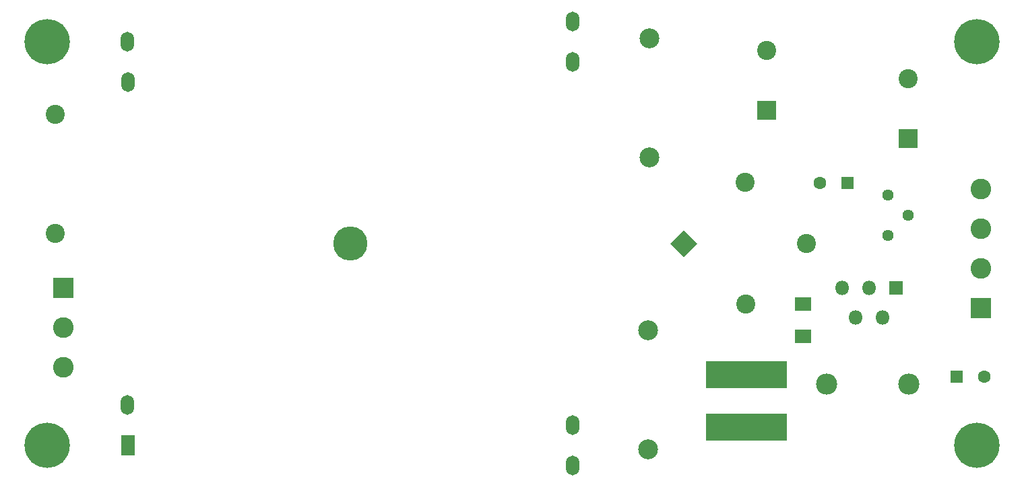
<source format=gts>
G04 #@! TF.GenerationSoftware,KiCad,Pcbnew,(5.1.9)-1*
G04 #@! TF.CreationDate,2021-06-30T23:09:52-04:00*
G04 #@! TF.ProjectId,C64PowerSupply,43363450-6f77-4657-9253-7570706c792e,A*
G04 #@! TF.SameCoordinates,Original*
G04 #@! TF.FileFunction,Soldermask,Top*
G04 #@! TF.FilePolarity,Negative*
%FSLAX46Y46*%
G04 Gerber Fmt 4.6, Leading zero omitted, Abs format (unit mm)*
G04 Created by KiCad (PCBNEW (5.1.9)-1) date 2021-06-30 23:09:52*
%MOMM*%
%LPD*%
G01*
G04 APERTURE LIST*
%ADD10C,2.600000*%
%ADD11R,2.600000X2.600000*%
%ADD12C,1.440000*%
%ADD13C,2.500000*%
%ADD14C,2.667000*%
%ADD15C,5.700000*%
%ADD16C,2.400000*%
%ADD17C,0.100000*%
%ADD18R,10.200000X3.500000*%
%ADD19C,1.600000*%
%ADD20R,1.600000X1.600000*%
%ADD21R,2.159000X1.778000*%
%ADD22O,1.800000X1.800000*%
%ADD23R,1.800000X1.800000*%
%ADD24R,2.400000X2.400000*%
%ADD25C,4.300000*%
%ADD26R,1.700000X2.500000*%
%ADD27O,1.700000X2.500000*%
G04 APERTURE END LIST*
D10*
X191008000Y-89648000D03*
X191008000Y-94648000D03*
X191008000Y-99648000D03*
D11*
X191008000Y-104648000D03*
D10*
X75692000Y-112108000D03*
X75692000Y-107108000D03*
D11*
X75692000Y-102108000D03*
D12*
X179324000Y-95504000D03*
X181864000Y-92964000D03*
X179324000Y-90424000D03*
D13*
X149352000Y-70725000D03*
X149352000Y-85725000D03*
X149225000Y-107428000D03*
X149225000Y-122428000D03*
D14*
X171640500Y-114198400D03*
X181927500Y-114198400D03*
D15*
X73660000Y-121920000D03*
X190500000Y-121920000D03*
X190500000Y-71120000D03*
X73660000Y-71120000D03*
D16*
X161448175Y-104156753D03*
D17*
G36*
X153670000Y-94822944D02*
G01*
X155367056Y-96520000D01*
X153670000Y-98217056D01*
X151972944Y-96520000D01*
X153670000Y-94822944D01*
G37*
D16*
X161377464Y-88812536D03*
X169084928Y-96520000D03*
D18*
X161544000Y-119632000D03*
X161544000Y-113032000D03*
D19*
X191460000Y-113284000D03*
D20*
X187960000Y-113284000D03*
D21*
X168656000Y-104140000D03*
X168656000Y-108204000D03*
D22*
X173540000Y-102108000D03*
X175240000Y-105808000D03*
X176940000Y-102108000D03*
X178640000Y-105808000D03*
D23*
X180340000Y-102108000D03*
D19*
X170744000Y-88900000D03*
D20*
X174244000Y-88900000D03*
D16*
X181864000Y-75812000D03*
D24*
X181864000Y-83312000D03*
D16*
X164084000Y-72256000D03*
D24*
X164084000Y-79756000D03*
D16*
X74676000Y-80250000D03*
X74676000Y-95250000D03*
D25*
X111760000Y-96520000D03*
D26*
X83820000Y-121920000D03*
D27*
X83790000Y-116840000D03*
X83790000Y-71120000D03*
X139700000Y-68580000D03*
X139700000Y-73660000D03*
X139700000Y-119380000D03*
X139730000Y-124460000D03*
X83820000Y-76200000D03*
M02*

</source>
